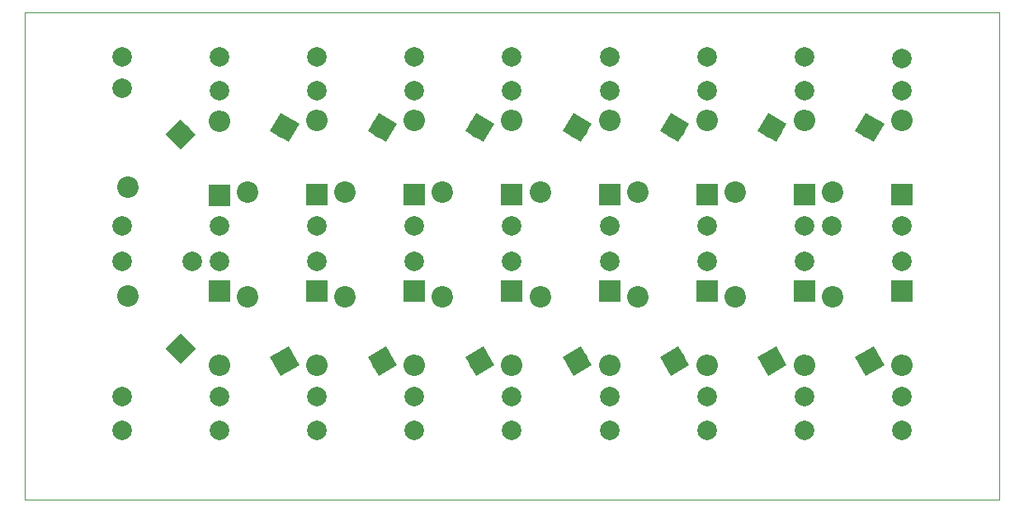
<source format=gbr>
G04 #@! TF.GenerationSoftware,KiCad,Pcbnew,5.1.4-e60b266~84~ubuntu16.04.1*
G04 #@! TF.CreationDate,2019-10-09T00:35:46-05:00*
G04 #@! TF.ProjectId,8x10p,38783130-702e-46b6-9963-61645f706362,rev?*
G04 #@! TF.SameCoordinates,Original*
G04 #@! TF.FileFunction,Copper,L1,Top*
G04 #@! TF.FilePolarity,Positive*
%FSLAX46Y46*%
G04 Gerber Fmt 4.6, Leading zero omitted, Abs format (unit mm)*
G04 Created by KiCad (PCBNEW 5.1.4-e60b266~84~ubuntu16.04.1) date 2019-10-09 00:35:46*
%MOMM*%
%LPD*%
G04 APERTURE LIST*
G04 #@! TA.AperFunction,NonConductor*
%ADD10C,0.050000*%
G04 #@! TD*
G04 #@! TA.AperFunction,ComponentPad*
%ADD11C,1.998980*%
G04 #@! TD*
G04 #@! TA.AperFunction,ComponentPad*
%ADD12C,2.000000*%
G04 #@! TD*
G04 #@! TA.AperFunction,ComponentPad*
%ADD13O,2.200000X2.200000*%
G04 #@! TD*
G04 #@! TA.AperFunction,ComponentPad*
%ADD14R,2.200000X2.200000*%
G04 #@! TD*
G04 #@! TA.AperFunction,ComponentPad*
%ADD15C,2.200000*%
G04 #@! TD*
G04 #@! TA.AperFunction,Conductor*
%ADD16C,2.200000*%
G04 #@! TD*
G04 #@! TA.AperFunction,Conductor*
%ADD17C,0.150000*%
G04 #@! TD*
G04 APERTURE END LIST*
D10*
X50000000Y-100000000D02*
X50000000Y-50000000D01*
X150000000Y-100000000D02*
X50000000Y-100000000D01*
X150000000Y-50000000D02*
X150000000Y-100000000D01*
X50000000Y-50000000D02*
X150000000Y-50000000D01*
D11*
G04 #@! TO.P,HV1,1*
G04 #@! TO.N,/multiplier/HV1*
X67200000Y-75500000D03*
G04 #@! TD*
G04 #@! TO.P,IN2,1*
G04 #@! TO.N,/multiplier/IN2*
X60000000Y-89400000D03*
G04 #@! TD*
G04 #@! TO.P,IN1,1*
G04 #@! TO.N,/multiplier/IN1*
X60000000Y-57750000D03*
G04 #@! TD*
G04 #@! TO.P,HV7,1*
G04 #@! TO.N,/multiplier/HV7*
X132800000Y-71900000D03*
G04 #@! TD*
G04 #@! TO.P,OUT1,1*
G04 #@! TO.N,/multiplier/OUT1*
X140000000Y-54750000D03*
G04 #@! TD*
G04 #@! TO.P,HV0,1*
G04 #@! TO.N,/multiplier/HV0*
X60000000Y-75500000D03*
G04 #@! TD*
G04 #@! TO.P,OUT2,1*
G04 #@! TO.N,/multiplier/OUT2*
X140000000Y-92900000D03*
G04 #@! TD*
G04 #@! TO.P,HV8,1*
G04 #@! TO.N,/multiplier/HV8*
X140000000Y-71900000D03*
G04 #@! TD*
D12*
G04 #@! TO.P,C28,2*
G04 #@! TO.N,Net-(C27-Pad1)*
X130000000Y-89400000D03*
G04 #@! TO.P,C28,1*
G04 #@! TO.N,/multiplier/OUT2*
X140000000Y-89400000D03*
G04 #@! TD*
G04 #@! TO.P,C27,2*
G04 #@! TO.N,Net-(C26-Pad1)*
X120000000Y-92900000D03*
G04 #@! TO.P,C27,1*
G04 #@! TO.N,Net-(C27-Pad1)*
X130000000Y-92900000D03*
G04 #@! TD*
G04 #@! TO.P,C26,2*
G04 #@! TO.N,Net-(C25-Pad1)*
X110000000Y-89400000D03*
G04 #@! TO.P,C26,1*
G04 #@! TO.N,Net-(C26-Pad1)*
X120000000Y-89400000D03*
G04 #@! TD*
G04 #@! TO.P,C25,2*
G04 #@! TO.N,Net-(C24-Pad1)*
X100000000Y-92900000D03*
G04 #@! TO.P,C25,1*
G04 #@! TO.N,Net-(C25-Pad1)*
X110000000Y-92900000D03*
G04 #@! TD*
G04 #@! TO.P,C24,2*
G04 #@! TO.N,Net-(C23-Pad1)*
X90000000Y-89400000D03*
G04 #@! TO.P,C24,1*
G04 #@! TO.N,Net-(C24-Pad1)*
X100000000Y-89400000D03*
G04 #@! TD*
G04 #@! TO.P,C23,2*
G04 #@! TO.N,Net-(C22-Pad1)*
X80000000Y-92900000D03*
G04 #@! TO.P,C23,1*
G04 #@! TO.N,Net-(C23-Pad1)*
X90000000Y-92900000D03*
G04 #@! TD*
G04 #@! TO.P,C22,2*
G04 #@! TO.N,Net-(C21-Pad1)*
X70000000Y-89400000D03*
G04 #@! TO.P,C22,1*
G04 #@! TO.N,Net-(C22-Pad1)*
X80000000Y-89400000D03*
G04 #@! TD*
G04 #@! TO.P,C21,2*
G04 #@! TO.N,/multiplier/IN2*
X60000000Y-92900000D03*
G04 #@! TO.P,C21,1*
G04 #@! TO.N,Net-(C21-Pad1)*
X70000000Y-92900000D03*
G04 #@! TD*
G04 #@! TO.P,C18,2*
G04 #@! TO.N,/multiplier/HV7*
X130000000Y-75500000D03*
G04 #@! TO.P,C18,1*
G04 #@! TO.N,/multiplier/HV8*
X140000000Y-75500000D03*
G04 #@! TD*
G04 #@! TO.P,C17,2*
G04 #@! TO.N,Net-(C16-Pad1)*
X120000000Y-71900000D03*
G04 #@! TO.P,C17,1*
G04 #@! TO.N,/multiplier/HV7*
X130000000Y-71900000D03*
G04 #@! TD*
G04 #@! TO.P,C16,2*
G04 #@! TO.N,Net-(C15-Pad1)*
X110000000Y-75500000D03*
G04 #@! TO.P,C16,1*
G04 #@! TO.N,Net-(C16-Pad1)*
X120000000Y-75500000D03*
G04 #@! TD*
G04 #@! TO.P,C15,2*
G04 #@! TO.N,Net-(C14-Pad1)*
X100000000Y-71900000D03*
G04 #@! TO.P,C15,1*
G04 #@! TO.N,Net-(C15-Pad1)*
X110000000Y-71900000D03*
G04 #@! TD*
G04 #@! TO.P,C14,2*
G04 #@! TO.N,Net-(C13-Pad1)*
X90000000Y-75500000D03*
G04 #@! TO.P,C14,1*
G04 #@! TO.N,Net-(C14-Pad1)*
X100000000Y-75500000D03*
G04 #@! TD*
G04 #@! TO.P,C13,2*
G04 #@! TO.N,Net-(C12-Pad1)*
X80000000Y-71900000D03*
G04 #@! TO.P,C13,1*
G04 #@! TO.N,Net-(C13-Pad1)*
X90000000Y-71900000D03*
G04 #@! TD*
G04 #@! TO.P,C12,2*
G04 #@! TO.N,/multiplier/HV1*
X70000000Y-75500000D03*
G04 #@! TO.P,C12,1*
G04 #@! TO.N,Net-(C12-Pad1)*
X80000000Y-75500000D03*
G04 #@! TD*
G04 #@! TO.P,C11,2*
G04 #@! TO.N,/multiplier/HV0*
X60000000Y-71900000D03*
G04 #@! TO.P,C11,1*
G04 #@! TO.N,/multiplier/HV1*
X70000000Y-71900000D03*
G04 #@! TD*
G04 #@! TO.P,C8,2*
G04 #@! TO.N,Net-(C7-Pad1)*
X130000000Y-58000000D03*
G04 #@! TO.P,C8,1*
G04 #@! TO.N,/multiplier/OUT1*
X140000000Y-58000000D03*
G04 #@! TD*
G04 #@! TO.P,C7,2*
G04 #@! TO.N,Net-(C6-Pad1)*
X120000000Y-54500000D03*
G04 #@! TO.P,C7,1*
G04 #@! TO.N,Net-(C7-Pad1)*
X130000000Y-54500000D03*
G04 #@! TD*
G04 #@! TO.P,C6,2*
G04 #@! TO.N,Net-(C5-Pad1)*
X110000000Y-58000000D03*
G04 #@! TO.P,C6,1*
G04 #@! TO.N,Net-(C6-Pad1)*
X120000000Y-58000000D03*
G04 #@! TD*
G04 #@! TO.P,C5,2*
G04 #@! TO.N,Net-(C4-Pad1)*
X100000000Y-54540000D03*
G04 #@! TO.P,C5,1*
G04 #@! TO.N,Net-(C5-Pad1)*
X110000000Y-54540000D03*
G04 #@! TD*
G04 #@! TO.P,C4,2*
G04 #@! TO.N,Net-(C3-Pad1)*
X90000000Y-58000000D03*
G04 #@! TO.P,C4,1*
G04 #@! TO.N,Net-(C4-Pad1)*
X100000000Y-58000000D03*
G04 #@! TD*
G04 #@! TO.P,C3,2*
G04 #@! TO.N,Net-(C2-Pad1)*
X80000000Y-54500000D03*
G04 #@! TO.P,C3,1*
G04 #@! TO.N,Net-(C3-Pad1)*
X90000000Y-54500000D03*
G04 #@! TD*
G04 #@! TO.P,C2,2*
G04 #@! TO.N,Net-(C1-Pad1)*
X70000000Y-58000000D03*
G04 #@! TO.P,C2,1*
G04 #@! TO.N,Net-(C2-Pad1)*
X80000000Y-58000000D03*
G04 #@! TD*
G04 #@! TO.P,C1,2*
G04 #@! TO.N,/multiplier/IN1*
X60000000Y-54500000D03*
G04 #@! TO.P,C1,1*
G04 #@! TO.N,Net-(C1-Pad1)*
X70000000Y-54500000D03*
G04 #@! TD*
D13*
G04 #@! TO.P,D36,2*
G04 #@! TO.N,/multiplier/OUT2*
X140000000Y-86220000D03*
D14*
G04 #@! TO.P,D36,1*
G04 #@! TO.N,/multiplier/HV8*
X140000000Y-78600000D03*
G04 #@! TD*
D15*
G04 #@! TO.P,D35,2*
G04 #@! TO.N,/multiplier/HV7*
X132890000Y-79200886D03*
D16*
G04 #@! TD*
G04 #@! TO.N,/multiplier/HV7*
G04 #@! TO.C,D35*
X132890000Y-79200886D02*
X132890000Y-79200886D01*
D15*
G04 #@! TO.P,D35,1*
G04 #@! TO.N,/multiplier/OUT2*
X136700000Y-85800000D03*
D17*
G04 #@! TD*
G04 #@! TO.N,/multiplier/OUT2*
G04 #@! TO.C,D35*
G36*
X138202628Y-86202628D02*
G01*
X136297372Y-87302628D01*
X135197372Y-85397372D01*
X137102628Y-84297372D01*
X138202628Y-86202628D01*
X138202628Y-86202628D01*
G37*
D13*
G04 #@! TO.P,D34,2*
G04 #@! TO.N,Net-(C27-Pad1)*
X130000000Y-86220000D03*
D14*
G04 #@! TO.P,D34,1*
G04 #@! TO.N,/multiplier/HV7*
X130000000Y-78600000D03*
G04 #@! TD*
D15*
G04 #@! TO.P,D33,2*
G04 #@! TO.N,Net-(C16-Pad1)*
X122890000Y-79200886D03*
D16*
G04 #@! TD*
G04 #@! TO.N,Net-(C16-Pad1)*
G04 #@! TO.C,D33*
X122890000Y-79200886D02*
X122890000Y-79200886D01*
D15*
G04 #@! TO.P,D33,1*
G04 #@! TO.N,Net-(C27-Pad1)*
X126700000Y-85800000D03*
D17*
G04 #@! TD*
G04 #@! TO.N,Net-(C27-Pad1)*
G04 #@! TO.C,D33*
G36*
X128202628Y-86202628D02*
G01*
X126297372Y-87302628D01*
X125197372Y-85397372D01*
X127102628Y-84297372D01*
X128202628Y-86202628D01*
X128202628Y-86202628D01*
G37*
D13*
G04 #@! TO.P,D32,2*
G04 #@! TO.N,Net-(C26-Pad1)*
X120000000Y-86220000D03*
D14*
G04 #@! TO.P,D32,1*
G04 #@! TO.N,Net-(C16-Pad1)*
X120000000Y-78600000D03*
G04 #@! TD*
D15*
G04 #@! TO.P,D31,2*
G04 #@! TO.N,Net-(C15-Pad1)*
X112890000Y-79200886D03*
D16*
G04 #@! TD*
G04 #@! TO.N,Net-(C15-Pad1)*
G04 #@! TO.C,D31*
X112890000Y-79200886D02*
X112890000Y-79200886D01*
D15*
G04 #@! TO.P,D31,1*
G04 #@! TO.N,Net-(C26-Pad1)*
X116700000Y-85800000D03*
D17*
G04 #@! TD*
G04 #@! TO.N,Net-(C26-Pad1)*
G04 #@! TO.C,D31*
G36*
X118202628Y-86202628D02*
G01*
X116297372Y-87302628D01*
X115197372Y-85397372D01*
X117102628Y-84297372D01*
X118202628Y-86202628D01*
X118202628Y-86202628D01*
G37*
D13*
G04 #@! TO.P,D30,2*
G04 #@! TO.N,Net-(C25-Pad1)*
X110000000Y-86220000D03*
D14*
G04 #@! TO.P,D30,1*
G04 #@! TO.N,Net-(C15-Pad1)*
X110000000Y-78600000D03*
G04 #@! TD*
D15*
G04 #@! TO.P,D29,2*
G04 #@! TO.N,Net-(C14-Pad1)*
X102890000Y-79200886D03*
D16*
G04 #@! TD*
G04 #@! TO.N,Net-(C14-Pad1)*
G04 #@! TO.C,D29*
X102890000Y-79200886D02*
X102890000Y-79200886D01*
D15*
G04 #@! TO.P,D29,1*
G04 #@! TO.N,Net-(C25-Pad1)*
X106700000Y-85800000D03*
D17*
G04 #@! TD*
G04 #@! TO.N,Net-(C25-Pad1)*
G04 #@! TO.C,D29*
G36*
X108202628Y-86202628D02*
G01*
X106297372Y-87302628D01*
X105197372Y-85397372D01*
X107102628Y-84297372D01*
X108202628Y-86202628D01*
X108202628Y-86202628D01*
G37*
D13*
G04 #@! TO.P,D28,2*
G04 #@! TO.N,Net-(C24-Pad1)*
X100000000Y-86220000D03*
D14*
G04 #@! TO.P,D28,1*
G04 #@! TO.N,Net-(C14-Pad1)*
X100000000Y-78600000D03*
G04 #@! TD*
D15*
G04 #@! TO.P,D27,2*
G04 #@! TO.N,Net-(C13-Pad1)*
X92890000Y-79200886D03*
D16*
G04 #@! TD*
G04 #@! TO.N,Net-(C13-Pad1)*
G04 #@! TO.C,D27*
X92890000Y-79200886D02*
X92890000Y-79200886D01*
D15*
G04 #@! TO.P,D27,1*
G04 #@! TO.N,Net-(C24-Pad1)*
X96700000Y-85800000D03*
D17*
G04 #@! TD*
G04 #@! TO.N,Net-(C24-Pad1)*
G04 #@! TO.C,D27*
G36*
X98202628Y-86202628D02*
G01*
X96297372Y-87302628D01*
X95197372Y-85397372D01*
X97102628Y-84297372D01*
X98202628Y-86202628D01*
X98202628Y-86202628D01*
G37*
D13*
G04 #@! TO.P,D26,2*
G04 #@! TO.N,Net-(C23-Pad1)*
X90000000Y-86220000D03*
D14*
G04 #@! TO.P,D26,1*
G04 #@! TO.N,Net-(C13-Pad1)*
X90000000Y-78600000D03*
G04 #@! TD*
D15*
G04 #@! TO.P,D25,2*
G04 #@! TO.N,Net-(C12-Pad1)*
X82890000Y-79200886D03*
D16*
G04 #@! TD*
G04 #@! TO.N,Net-(C12-Pad1)*
G04 #@! TO.C,D25*
X82890000Y-79200886D02*
X82890000Y-79200886D01*
D15*
G04 #@! TO.P,D25,1*
G04 #@! TO.N,Net-(C23-Pad1)*
X86700000Y-85800000D03*
D17*
G04 #@! TD*
G04 #@! TO.N,Net-(C23-Pad1)*
G04 #@! TO.C,D25*
G36*
X88202628Y-86202628D02*
G01*
X86297372Y-87302628D01*
X85197372Y-85397372D01*
X87102628Y-84297372D01*
X88202628Y-86202628D01*
X88202628Y-86202628D01*
G37*
D13*
G04 #@! TO.P,D24,2*
G04 #@! TO.N,Net-(C22-Pad1)*
X80000000Y-86220000D03*
D14*
G04 #@! TO.P,D24,1*
G04 #@! TO.N,Net-(C12-Pad1)*
X80000000Y-78600000D03*
G04 #@! TD*
D15*
G04 #@! TO.P,D23,2*
G04 #@! TO.N,/multiplier/HV1*
X72890000Y-79200886D03*
D16*
G04 #@! TD*
G04 #@! TO.N,/multiplier/HV1*
G04 #@! TO.C,D23*
X72890000Y-79200886D02*
X72890000Y-79200886D01*
D15*
G04 #@! TO.P,D23,1*
G04 #@! TO.N,Net-(C22-Pad1)*
X76700000Y-85800000D03*
D17*
G04 #@! TD*
G04 #@! TO.N,Net-(C22-Pad1)*
G04 #@! TO.C,D23*
G36*
X78202628Y-86202628D02*
G01*
X76297372Y-87302628D01*
X75197372Y-85397372D01*
X77102628Y-84297372D01*
X78202628Y-86202628D01*
X78202628Y-86202628D01*
G37*
D13*
G04 #@! TO.P,D22,2*
G04 #@! TO.N,Net-(C21-Pad1)*
X70000000Y-86220000D03*
D14*
G04 #@! TO.P,D22,1*
G04 #@! TO.N,/multiplier/HV1*
X70000000Y-78600000D03*
G04 #@! TD*
D15*
G04 #@! TO.P,D21,2*
G04 #@! TO.N,/multiplier/HV0*
X60611846Y-79111846D03*
D16*
G04 #@! TD*
G04 #@! TO.N,/multiplier/HV0*
G04 #@! TO.C,D21*
X60611846Y-79111846D02*
X60611846Y-79111846D01*
D15*
G04 #@! TO.P,D21,1*
G04 #@! TO.N,Net-(C21-Pad1)*
X66000000Y-84500000D03*
D17*
G04 #@! TD*
G04 #@! TO.N,Net-(C21-Pad1)*
G04 #@! TO.C,D21*
G36*
X67555635Y-84500000D02*
G01*
X66000000Y-86055635D01*
X64444365Y-84500000D01*
X66000000Y-82944365D01*
X67555635Y-84500000D01*
X67555635Y-84500000D01*
G37*
D13*
G04 #@! TO.P,D16,2*
G04 #@! TO.N,/multiplier/OUT1*
X140000000Y-61100000D03*
D14*
G04 #@! TO.P,D16,1*
G04 #@! TO.N,/multiplier/HV8*
X140000000Y-68720000D03*
G04 #@! TD*
D15*
G04 #@! TO.P,D15,2*
G04 #@! TO.N,/multiplier/HV7*
X132890000Y-68399114D03*
D16*
G04 #@! TD*
G04 #@! TO.N,/multiplier/HV7*
G04 #@! TO.C,D15*
X132890000Y-68399114D02*
X132890000Y-68399114D01*
D15*
G04 #@! TO.P,D15,1*
G04 #@! TO.N,/multiplier/OUT1*
X136700000Y-61800000D03*
D17*
G04 #@! TD*
G04 #@! TO.N,/multiplier/OUT1*
G04 #@! TO.C,D15*
G36*
X136297372Y-60297372D02*
G01*
X138202628Y-61397372D01*
X137102628Y-63302628D01*
X135197372Y-62202628D01*
X136297372Y-60297372D01*
X136297372Y-60297372D01*
G37*
D13*
G04 #@! TO.P,D14,2*
G04 #@! TO.N,Net-(C7-Pad1)*
X130000000Y-61100000D03*
D14*
G04 #@! TO.P,D14,1*
G04 #@! TO.N,/multiplier/HV7*
X130000000Y-68720000D03*
G04 #@! TD*
D15*
G04 #@! TO.P,D13,2*
G04 #@! TO.N,Net-(C16-Pad1)*
X122890000Y-68399114D03*
D16*
G04 #@! TD*
G04 #@! TO.N,Net-(C16-Pad1)*
G04 #@! TO.C,D13*
X122890000Y-68399114D02*
X122890000Y-68399114D01*
D15*
G04 #@! TO.P,D13,1*
G04 #@! TO.N,Net-(C7-Pad1)*
X126700000Y-61800000D03*
D17*
G04 #@! TD*
G04 #@! TO.N,Net-(C7-Pad1)*
G04 #@! TO.C,D13*
G36*
X126297372Y-60297372D02*
G01*
X128202628Y-61397372D01*
X127102628Y-63302628D01*
X125197372Y-62202628D01*
X126297372Y-60297372D01*
X126297372Y-60297372D01*
G37*
D13*
G04 #@! TO.P,D12,2*
G04 #@! TO.N,Net-(C6-Pad1)*
X120000000Y-61100000D03*
D14*
G04 #@! TO.P,D12,1*
G04 #@! TO.N,Net-(C16-Pad1)*
X120000000Y-68720000D03*
G04 #@! TD*
D15*
G04 #@! TO.P,D11,2*
G04 #@! TO.N,Net-(C15-Pad1)*
X112890000Y-68399114D03*
D16*
G04 #@! TD*
G04 #@! TO.N,Net-(C15-Pad1)*
G04 #@! TO.C,D11*
X112890000Y-68399114D02*
X112890000Y-68399114D01*
D15*
G04 #@! TO.P,D11,1*
G04 #@! TO.N,Net-(C6-Pad1)*
X116700000Y-61800000D03*
D17*
G04 #@! TD*
G04 #@! TO.N,Net-(C6-Pad1)*
G04 #@! TO.C,D11*
G36*
X116297372Y-60297372D02*
G01*
X118202628Y-61397372D01*
X117102628Y-63302628D01*
X115197372Y-62202628D01*
X116297372Y-60297372D01*
X116297372Y-60297372D01*
G37*
D13*
G04 #@! TO.P,D10,2*
G04 #@! TO.N,Net-(C5-Pad1)*
X110000000Y-61100000D03*
D14*
G04 #@! TO.P,D10,1*
G04 #@! TO.N,Net-(C15-Pad1)*
X110000000Y-68720000D03*
G04 #@! TD*
D15*
G04 #@! TO.P,D9,2*
G04 #@! TO.N,Net-(C14-Pad1)*
X102890000Y-68399114D03*
D16*
G04 #@! TD*
G04 #@! TO.N,Net-(C14-Pad1)*
G04 #@! TO.C,D9*
X102890000Y-68399114D02*
X102890000Y-68399114D01*
D15*
G04 #@! TO.P,D9,1*
G04 #@! TO.N,Net-(C5-Pad1)*
X106700000Y-61800000D03*
D17*
G04 #@! TD*
G04 #@! TO.N,Net-(C5-Pad1)*
G04 #@! TO.C,D9*
G36*
X106297372Y-60297372D02*
G01*
X108202628Y-61397372D01*
X107102628Y-63302628D01*
X105197372Y-62202628D01*
X106297372Y-60297372D01*
X106297372Y-60297372D01*
G37*
D13*
G04 #@! TO.P,D8,2*
G04 #@! TO.N,Net-(C4-Pad1)*
X100000000Y-61100000D03*
D14*
G04 #@! TO.P,D8,1*
G04 #@! TO.N,Net-(C14-Pad1)*
X100000000Y-68720000D03*
G04 #@! TD*
D15*
G04 #@! TO.P,D7,2*
G04 #@! TO.N,Net-(C13-Pad1)*
X92890000Y-68399114D03*
D16*
G04 #@! TD*
G04 #@! TO.N,Net-(C13-Pad1)*
G04 #@! TO.C,D7*
X92890000Y-68399114D02*
X92890000Y-68399114D01*
D15*
G04 #@! TO.P,D7,1*
G04 #@! TO.N,Net-(C4-Pad1)*
X96700000Y-61800000D03*
D17*
G04 #@! TD*
G04 #@! TO.N,Net-(C4-Pad1)*
G04 #@! TO.C,D7*
G36*
X96297372Y-60297372D02*
G01*
X98202628Y-61397372D01*
X97102628Y-63302628D01*
X95197372Y-62202628D01*
X96297372Y-60297372D01*
X96297372Y-60297372D01*
G37*
D13*
G04 #@! TO.P,D6,2*
G04 #@! TO.N,Net-(C3-Pad1)*
X90000000Y-61100000D03*
D14*
G04 #@! TO.P,D6,1*
G04 #@! TO.N,Net-(C13-Pad1)*
X90000000Y-68720000D03*
G04 #@! TD*
D15*
G04 #@! TO.P,D5,2*
G04 #@! TO.N,Net-(C12-Pad1)*
X82890000Y-68399114D03*
D16*
G04 #@! TD*
G04 #@! TO.N,Net-(C12-Pad1)*
G04 #@! TO.C,D5*
X82890000Y-68399114D02*
X82890000Y-68399114D01*
D15*
G04 #@! TO.P,D5,1*
G04 #@! TO.N,Net-(C3-Pad1)*
X86700000Y-61800000D03*
D17*
G04 #@! TD*
G04 #@! TO.N,Net-(C3-Pad1)*
G04 #@! TO.C,D5*
G36*
X86297372Y-60297372D02*
G01*
X88202628Y-61397372D01*
X87102628Y-63302628D01*
X85197372Y-62202628D01*
X86297372Y-60297372D01*
X86297372Y-60297372D01*
G37*
D13*
G04 #@! TO.P,D4,2*
G04 #@! TO.N,Net-(C2-Pad1)*
X80000000Y-61100000D03*
D14*
G04 #@! TO.P,D4,1*
G04 #@! TO.N,Net-(C12-Pad1)*
X80000000Y-68720000D03*
G04 #@! TD*
D15*
G04 #@! TO.P,D3,2*
G04 #@! TO.N,/multiplier/HV1*
X72890000Y-68399114D03*
D16*
G04 #@! TD*
G04 #@! TO.N,/multiplier/HV1*
G04 #@! TO.C,D3*
X72890000Y-68399114D02*
X72890000Y-68399114D01*
D15*
G04 #@! TO.P,D3,1*
G04 #@! TO.N,Net-(C2-Pad1)*
X76700000Y-61800000D03*
D17*
G04 #@! TD*
G04 #@! TO.N,Net-(C2-Pad1)*
G04 #@! TO.C,D3*
G36*
X76297372Y-60297372D02*
G01*
X78202628Y-61397372D01*
X77102628Y-63302628D01*
X75197372Y-62202628D01*
X76297372Y-60297372D01*
X76297372Y-60297372D01*
G37*
D13*
G04 #@! TO.P,D2,2*
G04 #@! TO.N,Net-(C1-Pad1)*
X70000000Y-61130000D03*
D14*
G04 #@! TO.P,D2,1*
G04 #@! TO.N,/multiplier/HV1*
X70000000Y-68750000D03*
G04 #@! TD*
D15*
G04 #@! TO.P,D1,2*
G04 #@! TO.N,/multiplier/HV0*
X60611846Y-67888154D03*
D16*
G04 #@! TD*
G04 #@! TO.N,/multiplier/HV0*
G04 #@! TO.C,D1*
X60611846Y-67888154D02*
X60611846Y-67888154D01*
D15*
G04 #@! TO.P,D1,1*
G04 #@! TO.N,Net-(C1-Pad1)*
X66000000Y-62500000D03*
D17*
G04 #@! TD*
G04 #@! TO.N,Net-(C1-Pad1)*
G04 #@! TO.C,D1*
G36*
X66000000Y-60944365D02*
G01*
X67555635Y-62500000D01*
X66000000Y-64055635D01*
X64444365Y-62500000D01*
X66000000Y-60944365D01*
X66000000Y-60944365D01*
G37*
M02*

</source>
